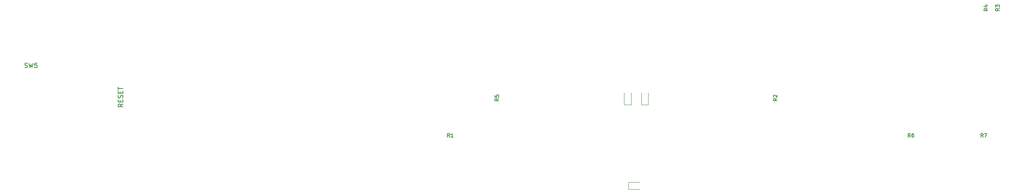
<source format=gbr>
%TF.GenerationSoftware,KiCad,Pcbnew,(6.0.5-0)*%
%TF.CreationDate,2022-06-30T23:43:56+09:00*%
%TF.ProjectId,denpa,64656e70-612e-46b6-9963-61645f706362,1*%
%TF.SameCoordinates,Original*%
%TF.FileFunction,Legend,Top*%
%TF.FilePolarity,Positive*%
%FSLAX46Y46*%
G04 Gerber Fmt 4.6, Leading zero omitted, Abs format (unit mm)*
G04 Created by KiCad (PCBNEW (6.0.5-0)) date 2022-06-30 23:43:56*
%MOMM*%
%LPD*%
G01*
G04 APERTURE LIST*
%ADD10C,0.150000*%
%ADD11C,0.120000*%
G04 APERTURE END LIST*
D10*
%TO.C,R2*%
X186026904Y-78133333D02*
X185645952Y-78400000D01*
X186026904Y-78590476D02*
X185226904Y-78590476D01*
X185226904Y-78285714D01*
X185265000Y-78209523D01*
X185303095Y-78171428D01*
X185379285Y-78133333D01*
X185493571Y-78133333D01*
X185569761Y-78171428D01*
X185607857Y-78209523D01*
X185645952Y-78285714D01*
X185645952Y-78590476D01*
X185303095Y-77828571D02*
X185265000Y-77790476D01*
X185226904Y-77714285D01*
X185226904Y-77523809D01*
X185265000Y-77447619D01*
X185303095Y-77409523D01*
X185379285Y-77371428D01*
X185455476Y-77371428D01*
X185569761Y-77409523D01*
X186026904Y-77866666D01*
X186026904Y-77371428D01*
%TO.C,R4*%
X231156904Y-58833333D02*
X230775952Y-59100000D01*
X231156904Y-59290476D02*
X230356904Y-59290476D01*
X230356904Y-58985714D01*
X230395000Y-58909523D01*
X230433095Y-58871428D01*
X230509285Y-58833333D01*
X230623571Y-58833333D01*
X230699761Y-58871428D01*
X230737857Y-58909523D01*
X230775952Y-58985714D01*
X230775952Y-59290476D01*
X230623571Y-58147619D02*
X231156904Y-58147619D01*
X230318809Y-58338095D02*
X230890238Y-58528571D01*
X230890238Y-58033333D01*
%TO.C,R6*%
X214581666Y-86401904D02*
X214315000Y-86020952D01*
X214124523Y-86401904D02*
X214124523Y-85601904D01*
X214429285Y-85601904D01*
X214505476Y-85640000D01*
X214543571Y-85678095D01*
X214581666Y-85754285D01*
X214581666Y-85868571D01*
X214543571Y-85944761D01*
X214505476Y-85982857D01*
X214429285Y-86020952D01*
X214124523Y-86020952D01*
X215267380Y-85601904D02*
X215115000Y-85601904D01*
X215038809Y-85640000D01*
X215000714Y-85678095D01*
X214924523Y-85792380D01*
X214886428Y-85944761D01*
X214886428Y-86249523D01*
X214924523Y-86325714D01*
X214962619Y-86363809D01*
X215038809Y-86401904D01*
X215191190Y-86401904D01*
X215267380Y-86363809D01*
X215305476Y-86325714D01*
X215343571Y-86249523D01*
X215343571Y-86059047D01*
X215305476Y-85982857D01*
X215267380Y-85944761D01*
X215191190Y-85906666D01*
X215038809Y-85906666D01*
X214962619Y-85944761D01*
X214924523Y-85982857D01*
X214886428Y-86059047D01*
%TO.C,R7*%
X230181666Y-86401904D02*
X229915000Y-86020952D01*
X229724523Y-86401904D02*
X229724523Y-85601904D01*
X230029285Y-85601904D01*
X230105476Y-85640000D01*
X230143571Y-85678095D01*
X230181666Y-85754285D01*
X230181666Y-85868571D01*
X230143571Y-85944761D01*
X230105476Y-85982857D01*
X230029285Y-86020952D01*
X229724523Y-86020952D01*
X230448333Y-85601904D02*
X230981666Y-85601904D01*
X230638809Y-86401904D01*
%TO.C,R5*%
X126361904Y-78133333D02*
X125980952Y-78400000D01*
X126361904Y-78590476D02*
X125561904Y-78590476D01*
X125561904Y-78285714D01*
X125600000Y-78209523D01*
X125638095Y-78171428D01*
X125714285Y-78133333D01*
X125828571Y-78133333D01*
X125904761Y-78171428D01*
X125942857Y-78209523D01*
X125980952Y-78285714D01*
X125980952Y-78590476D01*
X125561904Y-77409523D02*
X125561904Y-77790476D01*
X125942857Y-77828571D01*
X125904761Y-77790476D01*
X125866666Y-77714285D01*
X125866666Y-77523809D01*
X125904761Y-77447619D01*
X125942857Y-77409523D01*
X126019047Y-77371428D01*
X126209523Y-77371428D01*
X126285714Y-77409523D01*
X126323809Y-77447619D01*
X126361904Y-77523809D01*
X126361904Y-77714285D01*
X126323809Y-77790476D01*
X126285714Y-77828571D01*
%TO.C,R3*%
X233646904Y-58833333D02*
X233265952Y-59100000D01*
X233646904Y-59290476D02*
X232846904Y-59290476D01*
X232846904Y-58985714D01*
X232885000Y-58909523D01*
X232923095Y-58871428D01*
X232999285Y-58833333D01*
X233113571Y-58833333D01*
X233189761Y-58871428D01*
X233227857Y-58909523D01*
X233265952Y-58985714D01*
X233265952Y-59290476D01*
X232846904Y-58566666D02*
X232846904Y-58071428D01*
X233151666Y-58338095D01*
X233151666Y-58223809D01*
X233189761Y-58147619D01*
X233227857Y-58109523D01*
X233304047Y-58071428D01*
X233494523Y-58071428D01*
X233570714Y-58109523D01*
X233608809Y-58147619D01*
X233646904Y-58223809D01*
X233646904Y-58452380D01*
X233608809Y-58528571D01*
X233570714Y-58566666D01*
%TO.C,SW5*%
X24851666Y-71474761D02*
X24994523Y-71522380D01*
X25232619Y-71522380D01*
X25327857Y-71474761D01*
X25375476Y-71427142D01*
X25423095Y-71331904D01*
X25423095Y-71236666D01*
X25375476Y-71141428D01*
X25327857Y-71093809D01*
X25232619Y-71046190D01*
X25042142Y-70998571D01*
X24946904Y-70950952D01*
X24899285Y-70903333D01*
X24851666Y-70808095D01*
X24851666Y-70712857D01*
X24899285Y-70617619D01*
X24946904Y-70570000D01*
X25042142Y-70522380D01*
X25280238Y-70522380D01*
X25423095Y-70570000D01*
X25756428Y-70522380D02*
X25994523Y-71522380D01*
X26185000Y-70808095D01*
X26375476Y-71522380D01*
X26613571Y-70522380D01*
X27470714Y-70522380D02*
X26994523Y-70522380D01*
X26946904Y-70998571D01*
X26994523Y-70950952D01*
X27089761Y-70903333D01*
X27327857Y-70903333D01*
X27423095Y-70950952D01*
X27470714Y-70998571D01*
X27518333Y-71093809D01*
X27518333Y-71331904D01*
X27470714Y-71427142D01*
X27423095Y-71474761D01*
X27327857Y-71522380D01*
X27089761Y-71522380D01*
X26994523Y-71474761D01*
X26946904Y-71427142D01*
%TO.C,SW20*%
X45847380Y-79292380D02*
X45371190Y-79625714D01*
X45847380Y-79863809D02*
X44847380Y-79863809D01*
X44847380Y-79482857D01*
X44895000Y-79387619D01*
X44942619Y-79340000D01*
X45037857Y-79292380D01*
X45180714Y-79292380D01*
X45275952Y-79340000D01*
X45323571Y-79387619D01*
X45371190Y-79482857D01*
X45371190Y-79863809D01*
X45323571Y-78863809D02*
X45323571Y-78530476D01*
X45847380Y-78387619D02*
X45847380Y-78863809D01*
X44847380Y-78863809D01*
X44847380Y-78387619D01*
X45799761Y-78006666D02*
X45847380Y-77863809D01*
X45847380Y-77625714D01*
X45799761Y-77530476D01*
X45752142Y-77482857D01*
X45656904Y-77435238D01*
X45561666Y-77435238D01*
X45466428Y-77482857D01*
X45418809Y-77530476D01*
X45371190Y-77625714D01*
X45323571Y-77816190D01*
X45275952Y-77911428D01*
X45228333Y-77959047D01*
X45133095Y-78006666D01*
X45037857Y-78006666D01*
X44942619Y-77959047D01*
X44895000Y-77911428D01*
X44847380Y-77816190D01*
X44847380Y-77578095D01*
X44895000Y-77435238D01*
X45323571Y-77006666D02*
X45323571Y-76673333D01*
X45847380Y-76530476D02*
X45847380Y-77006666D01*
X44847380Y-77006666D01*
X44847380Y-76530476D01*
X44847380Y-76244761D02*
X44847380Y-75673333D01*
X45847380Y-75959047D02*
X44847380Y-75959047D01*
%TO.C,R1*%
X115886666Y-86401904D02*
X115620000Y-86020952D01*
X115429523Y-86401904D02*
X115429523Y-85601904D01*
X115734285Y-85601904D01*
X115810476Y-85640000D01*
X115848571Y-85678095D01*
X115886666Y-85754285D01*
X115886666Y-85868571D01*
X115848571Y-85944761D01*
X115810476Y-85982857D01*
X115734285Y-86020952D01*
X115429523Y-86020952D01*
X116648571Y-86401904D02*
X116191428Y-86401904D01*
X116420000Y-86401904D02*
X116420000Y-85601904D01*
X116343809Y-85716190D01*
X116267619Y-85792380D01*
X116191428Y-85830476D01*
D11*
%TO.C,D31*%
X153265000Y-79410000D02*
X154735000Y-79410000D01*
X153265000Y-76950000D02*
X153265000Y-79410000D01*
X154735000Y-79410000D02*
X154735000Y-76950000D01*
%TO.C,D20*%
X154185000Y-97535000D02*
X156645000Y-97535000D01*
X154185000Y-96065000D02*
X154185000Y-97535000D01*
X156645000Y-96065000D02*
X154185000Y-96065000D01*
%TO.C,D33*%
X156955000Y-76950000D02*
X156955000Y-79410000D01*
X156955000Y-79410000D02*
X158425000Y-79410000D01*
X158425000Y-79410000D02*
X158425000Y-76950000D01*
%TD*%
M02*

</source>
